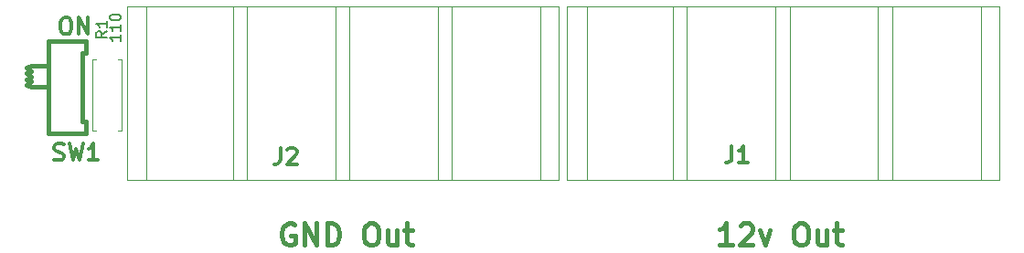
<source format=gbr>
G04 #@! TF.GenerationSoftware,KiCad,Pcbnew,(5.1.5)-3*
G04 #@! TF.CreationDate,2020-03-13T17:10:48-04:00*
G04 #@! TF.ProjectId,Power_Breakout,506f7765-725f-4427-9265-616b6f75742e,v1*
G04 #@! TF.SameCoordinates,Original*
G04 #@! TF.FileFunction,Legend,Top*
G04 #@! TF.FilePolarity,Positive*
%FSLAX46Y46*%
G04 Gerber Fmt 4.6, Leading zero omitted, Abs format (unit mm)*
G04 Created by KiCad (PCBNEW (5.1.5)-3) date 2020-03-13 17:10:48*
%MOMM*%
%LPD*%
G04 APERTURE LIST*
%ADD10C,0.381000*%
%ADD11C,0.120000*%
%ADD12C,0.304800*%
%ADD13C,0.150000*%
%ADD14C,0.300000*%
%ADD15C,0.400000*%
G04 APERTURE END LIST*
D10*
X117993160Y-139489180D02*
X114493040Y-139489180D01*
X117993160Y-140589000D02*
X117993160Y-139489180D01*
X117693440Y-140589000D02*
X117993160Y-140589000D01*
X117693440Y-146989800D02*
X117693440Y-140589000D01*
X117993160Y-146989800D02*
X117693440Y-146989800D01*
X117993160Y-148089620D02*
X117993160Y-146989800D01*
X114493040Y-148089620D02*
X117993160Y-148089620D01*
X114493040Y-139489180D02*
X114493040Y-148089620D01*
X114493040Y-143789400D02*
X112892840Y-143789400D01*
X114493040Y-141790420D02*
X112892840Y-141790420D01*
X112892840Y-142288260D02*
X112494060Y-142488920D01*
X112494060Y-141988540D02*
X112892840Y-142288260D01*
X112892840Y-141790420D02*
X112494060Y-141988540D01*
X112494060Y-143588740D02*
X112892840Y-143789400D01*
X112892840Y-143289020D02*
X112494060Y-143588740D01*
X112494060Y-143088360D02*
X112892840Y-143289020D01*
X112892840Y-142788640D02*
X112494060Y-143088360D01*
X112494060Y-142488920D02*
X112892840Y-142788640D01*
D11*
X121334200Y-141256000D02*
X121004200Y-141256000D01*
X121334200Y-147796000D02*
X121334200Y-141256000D01*
X121004200Y-147796000D02*
X121334200Y-147796000D01*
X118594200Y-141256000D02*
X118924200Y-141256000D01*
X118594200Y-147796000D02*
X118594200Y-141256000D01*
X118924200Y-147796000D02*
X118594200Y-147796000D01*
X151893000Y-152400000D02*
X151893000Y-136300000D01*
X150593000Y-136300000D02*
X150593000Y-152400000D01*
X142393000Y-152400000D02*
X142393000Y-136300000D01*
X141093000Y-136300000D02*
X141093000Y-152400000D01*
X121793000Y-136300000D02*
X161793000Y-136300000D01*
X121793000Y-152400000D02*
X161793000Y-152400000D01*
X121793000Y-136300000D02*
X121793000Y-152400000D01*
X161793000Y-152400000D02*
X161793000Y-136300000D01*
X123593000Y-152400000D02*
X123593000Y-136300000D01*
X131593000Y-136300000D02*
X131593000Y-152400000D01*
X132893000Y-152400000D02*
X132893000Y-136300000D01*
X160093000Y-152400000D02*
X160093000Y-136300000D01*
X192660000Y-152400000D02*
X192660000Y-136300000D01*
X191360000Y-136300000D02*
X191360000Y-152400000D01*
X183160000Y-152400000D02*
X183160000Y-136300000D01*
X181860000Y-136300000D02*
X181860000Y-152400000D01*
X162560000Y-136300000D02*
X202560000Y-136300000D01*
X162560000Y-152400000D02*
X202560000Y-152400000D01*
X162560000Y-136300000D02*
X162560000Y-152400000D01*
X202560000Y-152400000D02*
X202560000Y-136300000D01*
X164360000Y-152400000D02*
X164360000Y-136300000D01*
X172360000Y-136300000D02*
X172360000Y-152400000D01*
X173660000Y-152400000D02*
X173660000Y-136300000D01*
X200860000Y-152400000D02*
X200860000Y-136300000D01*
D12*
X115062000Y-150502257D02*
X115279714Y-150574828D01*
X115642571Y-150574828D01*
X115787714Y-150502257D01*
X115860285Y-150429685D01*
X115932857Y-150284542D01*
X115932857Y-150139400D01*
X115860285Y-149994257D01*
X115787714Y-149921685D01*
X115642571Y-149849114D01*
X115352285Y-149776542D01*
X115207142Y-149703971D01*
X115134571Y-149631400D01*
X115062000Y-149486257D01*
X115062000Y-149341114D01*
X115134571Y-149195971D01*
X115207142Y-149123400D01*
X115352285Y-149050828D01*
X115715142Y-149050828D01*
X115932857Y-149123400D01*
X116440857Y-149050828D02*
X116803714Y-150574828D01*
X117094000Y-149486257D01*
X117384285Y-150574828D01*
X117747142Y-149050828D01*
X119126000Y-150574828D02*
X118255142Y-150574828D01*
X118690571Y-150574828D02*
X118690571Y-149050828D01*
X118545428Y-149268542D01*
X118400285Y-149413685D01*
X118255142Y-149486257D01*
X116023571Y-137366828D02*
X116313857Y-137366828D01*
X116459000Y-137439400D01*
X116604142Y-137584542D01*
X116676714Y-137874828D01*
X116676714Y-138382828D01*
X116604142Y-138673114D01*
X116459000Y-138818257D01*
X116313857Y-138890828D01*
X116023571Y-138890828D01*
X115878428Y-138818257D01*
X115733285Y-138673114D01*
X115660714Y-138382828D01*
X115660714Y-137874828D01*
X115733285Y-137584542D01*
X115878428Y-137439400D01*
X116023571Y-137366828D01*
X117329857Y-138890828D02*
X117329857Y-137366828D01*
X118200714Y-138890828D01*
X118200714Y-137366828D01*
D13*
X119959380Y-138596666D02*
X119483190Y-138930000D01*
X119959380Y-139168095D02*
X118959380Y-139168095D01*
X118959380Y-138787142D01*
X119007000Y-138691904D01*
X119054619Y-138644285D01*
X119149857Y-138596666D01*
X119292714Y-138596666D01*
X119387952Y-138644285D01*
X119435571Y-138691904D01*
X119483190Y-138787142D01*
X119483190Y-139168095D01*
X119959380Y-137644285D02*
X119959380Y-138215714D01*
X119959380Y-137930000D02*
X118959380Y-137930000D01*
X119102238Y-138025238D01*
X119197476Y-138120476D01*
X119245095Y-138215714D01*
X121203980Y-138944266D02*
X121203980Y-139515695D01*
X121203980Y-139229980D02*
X120203980Y-139229980D01*
X120346838Y-139325219D01*
X120442076Y-139420457D01*
X120489695Y-139515695D01*
X121203980Y-137991885D02*
X121203980Y-138563314D01*
X121203980Y-138277600D02*
X120203980Y-138277600D01*
X120346838Y-138372838D01*
X120442076Y-138468076D01*
X120489695Y-138563314D01*
X120203980Y-137372838D02*
X120203980Y-137277600D01*
X120251600Y-137182361D01*
X120299219Y-137134742D01*
X120394457Y-137087123D01*
X120584933Y-137039504D01*
X120823028Y-137039504D01*
X121013504Y-137087123D01*
X121108742Y-137134742D01*
X121156361Y-137182361D01*
X121203980Y-137277600D01*
X121203980Y-137372838D01*
X121156361Y-137468076D01*
X121108742Y-137515695D01*
X121013504Y-137563314D01*
X120823028Y-137610933D01*
X120584933Y-137610933D01*
X120394457Y-137563314D01*
X120299219Y-137515695D01*
X120251600Y-137468076D01*
X120203980Y-137372838D01*
D14*
X136025000Y-149419571D02*
X136025000Y-150491000D01*
X135953571Y-150705285D01*
X135810714Y-150848142D01*
X135596428Y-150919571D01*
X135453571Y-150919571D01*
X136667857Y-149562428D02*
X136739285Y-149491000D01*
X136882142Y-149419571D01*
X137239285Y-149419571D01*
X137382142Y-149491000D01*
X137453571Y-149562428D01*
X137525000Y-149705285D01*
X137525000Y-149848142D01*
X137453571Y-150062428D01*
X136596428Y-150919571D01*
X137525000Y-150919571D01*
D15*
X137278076Y-156505400D02*
X137087600Y-156410161D01*
X136801885Y-156410161D01*
X136516171Y-156505400D01*
X136325695Y-156695876D01*
X136230457Y-156886352D01*
X136135219Y-157267304D01*
X136135219Y-157553019D01*
X136230457Y-157933971D01*
X136325695Y-158124447D01*
X136516171Y-158314923D01*
X136801885Y-158410161D01*
X136992361Y-158410161D01*
X137278076Y-158314923D01*
X137373314Y-158219685D01*
X137373314Y-157553019D01*
X136992361Y-157553019D01*
X138230457Y-158410161D02*
X138230457Y-156410161D01*
X139373314Y-158410161D01*
X139373314Y-156410161D01*
X140325695Y-158410161D02*
X140325695Y-156410161D01*
X140801885Y-156410161D01*
X141087600Y-156505400D01*
X141278076Y-156695876D01*
X141373314Y-156886352D01*
X141468552Y-157267304D01*
X141468552Y-157553019D01*
X141373314Y-157933971D01*
X141278076Y-158124447D01*
X141087600Y-158314923D01*
X140801885Y-158410161D01*
X140325695Y-158410161D01*
X144230457Y-156410161D02*
X144611409Y-156410161D01*
X144801885Y-156505400D01*
X144992361Y-156695876D01*
X145087600Y-157076828D01*
X145087600Y-157743495D01*
X144992361Y-158124447D01*
X144801885Y-158314923D01*
X144611409Y-158410161D01*
X144230457Y-158410161D01*
X144039980Y-158314923D01*
X143849504Y-158124447D01*
X143754266Y-157743495D01*
X143754266Y-157076828D01*
X143849504Y-156695876D01*
X144039980Y-156505400D01*
X144230457Y-156410161D01*
X146801885Y-157076828D02*
X146801885Y-158410161D01*
X145944742Y-157076828D02*
X145944742Y-158124447D01*
X146039980Y-158314923D01*
X146230457Y-158410161D01*
X146516171Y-158410161D01*
X146706647Y-158314923D01*
X146801885Y-158219685D01*
X147468552Y-157076828D02*
X148230457Y-157076828D01*
X147754266Y-156410161D02*
X147754266Y-158124447D01*
X147849504Y-158314923D01*
X148039980Y-158410161D01*
X148230457Y-158410161D01*
D14*
X177808000Y-149292571D02*
X177808000Y-150364000D01*
X177736571Y-150578285D01*
X177593714Y-150721142D01*
X177379428Y-150792571D01*
X177236571Y-150792571D01*
X179308000Y-150792571D02*
X178450857Y-150792571D01*
X178879428Y-150792571D02*
X178879428Y-149292571D01*
X178736571Y-149506857D01*
X178593714Y-149649714D01*
X178450857Y-149721142D01*
D15*
X177841828Y-158410161D02*
X176698971Y-158410161D01*
X177270400Y-158410161D02*
X177270400Y-156410161D01*
X177079923Y-156695876D01*
X176889447Y-156886352D01*
X176698971Y-156981590D01*
X178603733Y-156600638D02*
X178698971Y-156505400D01*
X178889447Y-156410161D01*
X179365638Y-156410161D01*
X179556114Y-156505400D01*
X179651352Y-156600638D01*
X179746590Y-156791114D01*
X179746590Y-156981590D01*
X179651352Y-157267304D01*
X178508495Y-158410161D01*
X179746590Y-158410161D01*
X180413257Y-157076828D02*
X180889447Y-158410161D01*
X181365638Y-157076828D01*
X184032304Y-156410161D02*
X184413257Y-156410161D01*
X184603733Y-156505400D01*
X184794209Y-156695876D01*
X184889447Y-157076828D01*
X184889447Y-157743495D01*
X184794209Y-158124447D01*
X184603733Y-158314923D01*
X184413257Y-158410161D01*
X184032304Y-158410161D01*
X183841828Y-158314923D01*
X183651352Y-158124447D01*
X183556114Y-157743495D01*
X183556114Y-157076828D01*
X183651352Y-156695876D01*
X183841828Y-156505400D01*
X184032304Y-156410161D01*
X186603733Y-157076828D02*
X186603733Y-158410161D01*
X185746590Y-157076828D02*
X185746590Y-158124447D01*
X185841828Y-158314923D01*
X186032304Y-158410161D01*
X186318019Y-158410161D01*
X186508495Y-158314923D01*
X186603733Y-158219685D01*
X187270400Y-157076828D02*
X188032304Y-157076828D01*
X187556114Y-156410161D02*
X187556114Y-158124447D01*
X187651352Y-158314923D01*
X187841828Y-158410161D01*
X188032304Y-158410161D01*
M02*

</source>
